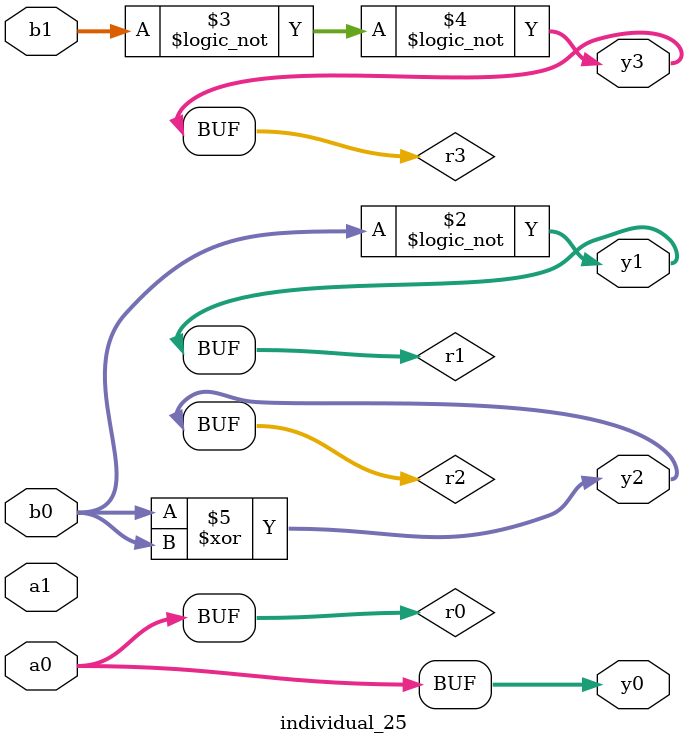
<source format=sv>
module individual_25(input logic [15:0] a1, input logic [15:0] a0, input logic [15:0] b1, input logic [15:0] b0, output logic [15:0] y3, output logic [15:0] y2, output logic [15:0] y1, output logic [15:0] y0);
logic [15:0] r0, r1, r2, r3; 
 always@(*) begin 
	 r0 = a0; r1 = a1; r2 = b0; r3 = b1; 
 	 r1 = ! r2 ;
 	 r3 = ! r3 ;
 	 r3 = ! r3 ;
 	 r2  ^=  r2 ;
 	 y3 = r3; y2 = r2; y1 = r1; y0 = r0; 
end
endmodule
</source>
